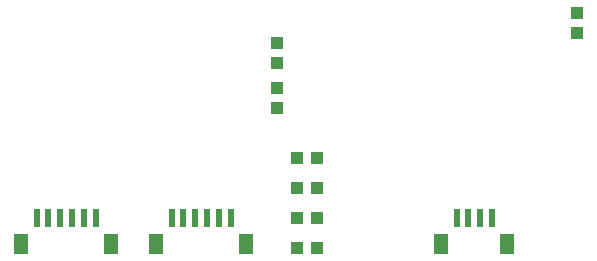
<source format=gtp>
G75*
%MOIN*%
%OFA0B0*%
%FSLAX25Y25*%
%IPPOS*%
%LPD*%
%AMOC8*
5,1,8,0,0,1.08239X$1,22.5*
%
%ADD10R,0.04724X0.07087*%
%ADD11R,0.02362X0.06102*%
%ADD12R,0.04331X0.03937*%
%ADD13R,0.03937X0.04331*%
D10*
X0085882Y0023490D03*
X0115803Y0023490D03*
X0130882Y0023490D03*
X0160803Y0023490D03*
X0225882Y0023490D03*
X0247803Y0023490D03*
D11*
X0242811Y0032250D03*
X0238874Y0032250D03*
X0234937Y0032250D03*
X0231000Y0032250D03*
X0155685Y0032250D03*
X0151748Y0032250D03*
X0147811Y0032250D03*
X0143874Y0032250D03*
X0139937Y0032250D03*
X0136000Y0032250D03*
X0110685Y0032250D03*
X0106748Y0032250D03*
X0102811Y0032250D03*
X0098874Y0032250D03*
X0094937Y0032250D03*
X0091000Y0032250D03*
D12*
X0177654Y0032250D03*
X0184346Y0032250D03*
X0184346Y0022250D03*
X0177654Y0022250D03*
X0177654Y0042250D03*
X0184346Y0042250D03*
X0184346Y0052250D03*
X0177654Y0052250D03*
D13*
X0171000Y0068904D03*
X0171000Y0075596D03*
X0171000Y0083904D03*
X0171000Y0090596D03*
X0271000Y0093904D03*
X0271000Y0100596D03*
M02*

</source>
